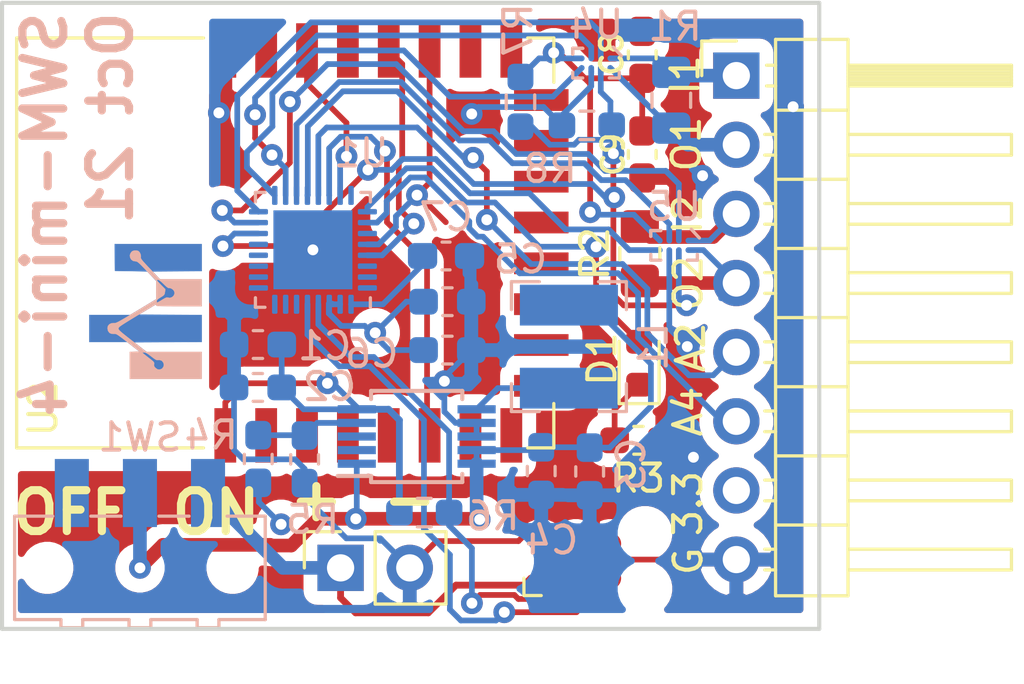
<source format=kicad_pcb>
(kicad_pcb (version 20171130) (host pcbnew "(5.1.6)-1")
  (layers (0 F.Cu signal) (1 PWR power) (2 GND power) (31 B.Cu signal) (34 B.Paste user) (35 F.Paste user) (36 B.SilkS user) (37 F.SilkS user) (38 B.Mask user) (39 F.Mask user) (44 Edge.Cuts user))
  (net 0 "")
  (net 1 A2)
  (net 2 GND)
  (net 3 +3V3)
  (net 4 ARD_RX)
  (net 5 A1)
  (net 6 A0)
  (net 7 PWRC)
  (net 8 ARD_TX)
  (net 9 "Net-(U2-Pad16)")
  (net 10 "Net-(U2-Pad15)")
  (net 11 "Net-(U2-Pad14)")
  (net 12 "Net-(U2-Pad13)")
  (net 13 "Net-(U2-Pad12)")
  (net 14 "Net-(U2-Pad11)")
  (net 15 "Net-(U2-Pad10)")
  (net 16 "Net-(U2-Pad8)")
  (net 17 "Net-(U2-Pad17)")
  (net 18 "Net-(U2-Pad18)")
  (net 19 "Net-(U2-Pad7)")
  (net 20 "Net-(U2-Pad21)")
  (net 21 "Net-(U2-Pad3)")
  (net 22 "Net-(U2-Pad2)")
  (net 23 "Net-(U2-Pad23)")
  (net 24 "Net-(U2-Pad9)")
  (net 25 VIN)
  (net 26 C1_OUT)
  (net 27 C1_IN)
  (net 28 "Net-(L1-Pad2)")
  (net 29 VFB)
  (net 30 LBO)
  (net 31 STATUS)
  (net 32 C2D)
  (net 33 C2CK)
  (net 34 PGT)
  (net 35 "Net-(D1-Pad1)")
  (net 36 BATT)
  (net 37 "Net-(SW1-Pad3)")
  (net 38 LED)
  (net 39 "Net-(U1-Pad6)")
  (net 40 "Net-(U1-Pad7)")
  (net 41 "Net-(U1-Pad8)")
  (net 42 "Net-(U1-Pad9)")
  (net 43 "Net-(U1-Pad10)")
  (net 44 "Net-(U1-Pad11)")
  (net 45 "Net-(U1-Pad12)")
  (net 46 "Net-(U1-Pad13)")
  (net 47 "Net-(U1-Pad24)")
  (net 48 "Net-(U1-Pad27)")
  (net 49 "Net-(U1-Pad30)")
  (net 50 "Net-(U1-Pad31)")
  (net 51 "Net-(U1-Pad32)")
  (net 52 "Net-(J2-Pad4)")
  (net 53 "Net-(J2-Pad2)")
  (net 54 A4)
  (net 55 "Net-(C7-Pad2)")
  (net 56 MAX_SHDN)
  (net 57 GAIN)
  (net 58 C2_OUT)
  (net 59 C2_IN)
  (net 60 MAX_SHDN2)
  (net 61 GAIN2)
  (net 62 A5)
  (module Capacitor_SMD:C_0603_1608Metric_Pad1.08x0.95mm_HandSolder (layer F.Cu) (at 133.5024 80.5699 270)
    (fp_text reference C9 (at -0.0011 1.0668 270) (layer F.SilkS) (effects (font (size 0.8 0.8))))
    (fp_text value 0.1uF)
    (pad 2 smd roundrect (at 0.8625 0 270) (size 1.075 0.95) (layers F.Cu F.Paste F.Mask) (net 2 GND))
    (pad 1 smd roundrect (at -0.8625 0 270) (size 1.075 0.95) (layers F.Cu F.Paste F.Mask) (net 3 +3V3))
  )
  (module Capacitor_SMD:C_0603_1608Metric_Pad1.08x0.95mm_HandSolder (layer F.Cu) (at 133.5024 76.9101 90)
    (fp_text reference C8 (at 0.0243 -1.1176 90) (layer F.SilkS) (effects (font (size 0.8 0.8))))
    (fp_text value 4.7uF)
    (pad 2 smd roundrect (at 0.8625 0 90) (size 1.075 0.95) (layers F.Cu F.Paste F.Mask) (net 2 GND))
    (pad 1 smd roundrect (at -0.8625 0 90) (size 1.075 0.95) (layers F.Cu F.Paste F.Mask) (net 3 +3V3))
  )
  (module icons:icon (layer F.Cu) (at 114.8334 86.36 90)
    (fp_text reference U6 hide)
    (fp_text value Logo hide)
    (fp_poly (pts (xy -0.105833 -0.127851) (xy 0.268124 0.4917) (xy 0.356195 0.637618) (xy 0.436982 0.771481) (xy 0.507964 0.88911) (xy 0.566621 0.986329) (xy 0.610432 1.058961) (xy 0.636877 1.102827) (xy 0.643832 1.114397) (xy 0.663799 1.117905) (xy 0.711861 1.122975) (xy 0.734683 1.12498) (xy 0.764513 1.126768) (xy 0.79106 1.124262) (xy 0.819138 1.113938) (xy 0.853559 1.09227) (xy 0.899133 1.055734) (xy 0.960673 1.000807) (xy 1.042992 0.923963) (xy 1.150901 0.821677) (xy 1.158016 0.814919) (xy 1.49225 0.497421) (xy 1.502834 -0.095248) (xy 1.513417 -0.687916) (xy 2.497667 -0.69928) (xy 2.497667 2.497667) (xy 1.503288 2.497667) (xy 1.497769 1.593177) (xy 1.49225 0.688688) (xy 1.195934 0.972109) (xy 1.077196 1.08782) (xy 0.990227 1.177509) (xy 0.934168 1.242132) (xy 0.908163 1.282639) (xy 0.906135 1.293991) (xy 0.899312 1.352718) (xy 0.868972 1.419354) (xy 0.8251 1.47593) (xy 0.791734 1.499901) (xy 0.70483 1.522459) (xy 0.626099 1.504562) (xy 0.569873 1.465212) (xy 0.530761 1.422651) (xy 0.510182 1.374918) (xy 0.50501 1.309475) (xy 0.510682 1.227667) (xy 0.50097 1.201858) (xy 0.471957 1.144883) (xy 0.426416 1.061695) (xy 0.367121 0.957251) (xy 0.296847 0.836505) (xy 0.218368 0.704412) (xy 0.209314 0.689337) (xy -0.09525 0.182758) (xy -0.100722 1.340212) (xy -0.106195 2.497667) (xy -1.100328 2.497667) (xy -1.11125 0.014767) (xy -1.427859 0.424317) (xy -1.528202 0.554783) (xy -1.605047 0.656662) (xy -1.661312 0.734446) (xy -1.699917 0.792626) (xy -1.723782 0.835694) (xy -1.735825 0.868143) (xy -1.738967 0.894462) (xy -1.738567 0.902355) (xy -1.747391 0.996757) (xy -1.789872 1.066924) (xy -1.862784 1.109405) (xy -1.943004 1.12116) (xy -2.034785 1.105394) (xy -2.099148 1.058444) (xy -2.13314 0.983155) (xy -2.137833 0.933476) (xy -2.121054 0.839956) (xy -2.07319 0.772881) (xy -1.997949 0.736136) (xy -1.94381 0.73025) (xy -1.851954 0.73025) (xy -1.47631 0.245966) (xy -1.100666 -0.238317) (xy -1.100666 -1.629833) (xy -0.105833 -1.629833) (xy -0.105833 -0.127851)) (layer B.Cu) (width 0.01))
  )
  (module ben_common:SW_SPDT_CK-JS102011SAQN (layer B.Cu) (at 115.062 95.758 180)
    (fp_text reference SW1 (at 0 4.8) (layer B.SilkS) (effects (justify mirror)))
    (fp_text value SW_SPDT)
    (pad "" np_thru_hole circle (at 3.4 0 180) (size 0.9 0.9) (drill 0.9) (layers *.Cu *.Mask))
    (pad "" np_thru_hole circle (at -3.4 0 180) (size 0.9 0.9) (drill 0.9) (layers *.Cu *.Mask))
    (pad 3 smd rect (at 2.5 2.75 180) (size 1.25 2.5) (layers B.Cu B.Paste B.Mask) (net 37 "Net-(SW1-Pad3)"))
    (pad 2 smd rect (at 0 2.75 180) (size 1.25 2.5) (layers B.Cu B.Paste B.Mask) (net 25 VIN))
    (pad 1 smd rect (at -2.5 2.75 180) (size 1.25 2.5) (layers B.Cu B.Paste B.Mask) (net 36 BATT))
  )
  (module ben_common:BGA-8_4x2_1.468x0.848mm (layer B.Cu) (at 134.6708 83.9089 180)
    (fp_text reference U5 (at 0 1.424) (layer B.SilkS) (effects (justify mirror)))
    (fp_text value MAX40204)
    (pad B4 smd circle (at 0.525 -0.175 180) (size 0.2 0.2) (layers B.Cu B.Paste B.Mask) (net 60 MAX_SHDN2))
    (pad A4 smd circle (at 0.525 0.175 180) (size 0.2 0.2) (layers B.Cu B.Paste B.Mask) (net 3 +3V3))
    (pad B3 smd circle (at 0.175 -0.175 180) (size 0.2 0.2) (layers B.Cu B.Paste B.Mask) (net 2 GND))
    (pad A3 smd circle (at 0.175 0.175 180) (size 0.2 0.2) (layers B.Cu B.Paste B.Mask) (net 5 A1))
    (pad B2 smd circle (at -0.175 -0.175 180) (size 0.2 0.2) (layers B.Cu B.Paste B.Mask) (net 62 A5))
    (pad A2 smd circle (at -0.175 0.175 180) (size 0.2 0.2) (layers B.Cu B.Paste B.Mask) (net 61 GAIN2))
    (pad B1 smd circle (at -0.525 -0.175 180) (size 0.2 0.2) (layers B.Cu B.Paste B.Mask) (net 58 C2_OUT))
    (pad A1 smd circle (at -0.525 0.175 180) (size 0.2 0.2) (layers B.Cu B.Paste B.Mask) (net 59 C2_IN))
  )
  (module Resistor_SMD:R_0805_2012Metric_Pad1.20x1.40mm_HandSolder (layer F.Cu) (at 133.4135 84.217 90)
    (fp_text reference R2 (at 0 -1.65 90) (layer F.SilkS))
    (fp_text value 1R)
    (pad 2 smd roundrect (at 1 0 90) (size 1.2 1.4) (layers F.Cu F.Paste F.Mask) (roundrect_rratio 0.2083325) (net 59 C2_IN))
    (pad 1 smd roundrect (at -1 0 90) (size 1.2 1.4) (layers F.Cu F.Paste F.Mask) (roundrect_rratio 0.2083325) (net 58 C2_OUT))
  )
  (module ben_common:BGA-8_4x2_1.468x0.848mm (layer B.Cu) (at 131.8049 77.216 180)
    (fp_text reference U4 (at 0 1.424) (layer B.SilkS) (effects (justify mirror)))
    (fp_text value MAX40204)
    (pad B4 smd circle (at 0.525 -0.175 180) (size 0.2 0.2) (layers B.Cu B.Paste B.Mask) (net 56 MAX_SHDN))
    (pad A4 smd circle (at 0.525 0.175 180) (size 0.2 0.2) (layers B.Cu B.Paste B.Mask) (net 3 +3V3))
    (pad B3 smd circle (at 0.175 -0.175 180) (size 0.2 0.2) (layers B.Cu B.Paste B.Mask) (net 2 GND))
    (pad A3 smd circle (at 0.175 0.175 180) (size 0.2 0.2) (layers B.Cu B.Paste B.Mask) (net 6 A0))
    (pad B2 smd circle (at -0.175 -0.175 180) (size 0.2 0.2) (layers B.Cu B.Paste B.Mask) (net 62 A5))
    (pad A2 smd circle (at -0.175 0.175 180) (size 0.2 0.2) (layers B.Cu B.Paste B.Mask) (net 57 GAIN))
    (pad B1 smd circle (at -0.525 -0.175 180) (size 0.2 0.2) (layers B.Cu B.Paste B.Mask) (net 26 C1_OUT))
    (pad A1 smd circle (at -0.525 0.175 180) (size 0.2 0.2) (layers B.Cu B.Paste B.Mask) (net 27 C1_IN))
  )
  (module Resistor_SMD:R_0805_2012Metric_Pad1.15x1.40mm_HandSolder (layer B.Cu) (at 134.5692 78.5786 90)
    (fp_text reference R1 (at 2.7088 0.1397) (layer B.SilkS) (effects (justify mirror)))
    (fp_text value 1R)
    (pad 2 smd roundrect (at 1.025 0 90) (size 1.15 1.4) (layers B.Cu B.Paste B.Mask) (roundrect_rratio 0.2173904347826087) (net 27 C1_IN))
    (pad 1 smd roundrect (at -1.025 0 90) (size 1.15 1.4) (layers B.Cu B.Paste B.Mask) (roundrect_rratio 0.2173904347826087) (net 26 C1_OUT))
  )
  (module Resistor_SMD:R_0603_1608Metric_Pad0.98x0.95mm_HandSolder (layer B.Cu) (at 129.032 78.6365 270)
    (fp_text reference R7 (at -2.6397 0.0889 270) (layer B.SilkS) (effects (justify mirror)))
    (fp_text value 110k)
    (pad 2 smd roundrect (at 0.9125 0 270) (size 0.975 0.95) (layers B.Cu B.Paste B.Mask) (net 62 A5))
    (pad 1 smd roundrect (at -0.9125 0 270) (size 0.975 0.95) (layers B.Cu B.Paste B.Mask) (net 3 +3V3))
  )
  (module Capacitor_SMD:C_0603_1608Metric_Pad1.08x0.95mm_HandSolder (layer B.Cu) (at 126.3 84.3 180)
    (fp_text reference C7 (at 0 1.43) (layer B.SilkS) (effects (justify mirror)))
    (fp_text value 4.7uF)
    (pad 2 smd roundrect (at 0.8625 0 180) (size 1.075 0.95) (layers B.Cu B.Paste B.Mask) (net 55 "Net-(C7-Pad2)"))
    (pad 1 smd roundrect (at -0.8625 0 180) (size 1.075 0.95) (layers B.Cu B.Paste B.Mask) (net 2 GND))
  )
  (module JDY-08:JDY-08_HandSoldering (layer F.Cu) (at 120.396 83.82 90)
    (fp_text reference U2 (at -6.096 -8.89 270) (layer F.SilkS))
    (fp_text value JDY-08)
    (pad 16 smd rect (at 5.25 9.4 270) (size 0.8 2) (layers F.Cu F.Paste F.Mask) (net 9 "Net-(U2-Pad16)"))
    (pad 15 smd rect (at 3.75 9.4 270) (size 0.8 2) (layers F.Cu F.Paste F.Mask) (net 10 "Net-(U2-Pad15)"))
    (pad 14 smd rect (at 2.25 9.4 270) (size 0.8 2) (layers F.Cu F.Paste F.Mask) (net 11 "Net-(U2-Pad14)"))
    (pad 13 smd rect (at 0.75 9.4 270) (size 0.8 2) (layers F.Cu F.Paste F.Mask) (net 12 "Net-(U2-Pad13)"))
    (pad 12 smd rect (at -0.75 9.4 270) (size 0.8 2) (layers F.Cu F.Paste F.Mask) (net 13 "Net-(U2-Pad12)"))
    (pad 11 smd rect (at -2.25 9.4 270) (size 0.8 2) (layers F.Cu F.Paste F.Mask) (net 14 "Net-(U2-Pad11)"))
    (pad 10 smd rect (at -3.75 9.4 270) (size 0.8 2) (layers F.Cu F.Paste F.Mask) (net 15 "Net-(U2-Pad10)"))
    (pad 8 smd rect (at -7.07 8.3 270) (size 2 0.8) (layers F.Cu F.Paste F.Mask) (net 16 "Net-(U2-Pad8)"))
    (pad 17 smd rect (at 7.07 8.3 270) (size 2 0.8) (layers F.Cu F.Paste F.Mask) (net 17 "Net-(U2-Pad17)"))
    (pad 18 smd rect (at 7.07 6.8 270) (size 2 0.8) (layers F.Cu F.Paste F.Mask) (net 18 "Net-(U2-Pad18)"))
    (pad 7 smd rect (at -7.07 6.8 270) (size 2 0.8) (layers F.Cu F.Paste F.Mask) (net 19 "Net-(U2-Pad7)"))
    (pad 6 smd rect (at -7.07 5.3 270) (size 2 0.8) (layers F.Cu F.Paste F.Mask) (net 31 STATUS))
    (pad 19 smd rect (at 7.07 5.3 270) (size 2 0.8) (layers F.Cu F.Paste F.Mask) (net 4 ARD_RX))
    (pad 20 smd rect (at 7.07 3.8 270) (size 2 0.8) (layers F.Cu F.Paste F.Mask) (net 8 ARD_TX))
    (pad 5 smd rect (at -7.07 3.8 270) (size 2 0.8) (layers F.Cu F.Paste F.Mask))
    (pad 4 smd rect (at -7.07 2.3 270) (size 2 0.8) (layers F.Cu F.Paste F.Mask))
    (pad 21 smd rect (at 7.07 2.3 270) (size 2 0.8) (layers F.Cu F.Paste F.Mask) (net 20 "Net-(U2-Pad21)"))
    (pad 22 smd rect (at 7.07 0.8 270) (size 2 0.8) (layers F.Cu F.Paste F.Mask) (net 7 PWRC))
    (pad 3 smd rect (at -7.07 0.8 270) (size 2 0.8) (layers F.Cu F.Paste F.Mask) (net 21 "Net-(U2-Pad3)"))
    (pad 2 smd rect (at -7.07 -0.7 270) (size 2 0.8) (layers F.Cu F.Paste F.Mask) (net 22 "Net-(U2-Pad2)"))
    (pad 23 smd rect (at 7.07 -0.7 270) (size 2 0.8) (layers F.Cu F.Paste F.Mask) (net 23 "Net-(U2-Pad23)"))
    (pad 24 smd rect (at 7.07 -2.2 270) (size 2 0.8) (layers F.Cu F.Paste F.Mask) (net 2 GND))
    (pad 9 smd rect (at -5.25 9.4 270) (size 0.8 2) (layers F.Cu F.Paste F.Mask) (net 24 "Net-(U2-Pad9)"))
    (pad 1 smd rect (at -7.07 -2.2 270) (size 2 0.8) (layers F.Cu F.Paste F.Mask) (net 3 +3V3))
  )
  (module Package_DFN_QFN:QFN-32-1EP_4x4mm_P0.4mm_EP2.9x2.9mm (layer B.Cu) (at 121.412 84.074 90)
    (fp_text reference U1 (at 3.556 1.778 180) (layer B.SilkS) (effects (justify mirror)))
    (fp_text value EFM8LB1)
    (pad 1 smd roundrect (at -2 1.4 90) (size 0.7 0.2) (layers B.Cu B.Paste B.Mask) (net 55 "Net-(C7-Pad2)"))
    (pad 2 smd roundrect (at -2 1 90) (size 0.7 0.2) (layers B.Cu B.Paste B.Mask) (net 3 +3V3))
    (pad 3 smd roundrect (at -2 0.6 90) (size 0.7 0.2) (layers B.Cu B.Paste B.Mask) (net 3 +3V3))
    (pad 4 smd roundrect (at -2 0.2 90) (size 0.7 0.2) (layers B.Cu B.Paste B.Mask) (net 33 C2CK))
    (pad 5 smd roundrect (at -2 -0.2 90) (size 0.7 0.2) (layers B.Cu B.Paste B.Mask) (net 32 C2D))
    (pad 6 smd roundrect (at -2 -0.6 90) (size 0.7 0.2) (layers B.Cu B.Paste B.Mask) (net 39 "Net-(U1-Pad6)"))
    (pad 7 smd roundrect (at -2 -1 90) (size 0.7 0.2) (layers B.Cu B.Paste B.Mask) (net 40 "Net-(U1-Pad7)"))
    (pad 8 smd roundrect (at -2 -1.4 90) (size 0.7 0.2) (layers B.Cu B.Paste B.Mask) (net 41 "Net-(U1-Pad8)"))
    (pad 9 smd roundrect (at -1.4 -2 90) (size 0.2 0.7) (layers B.Cu B.Paste B.Mask) (net 42 "Net-(U1-Pad9)"))
    (pad 10 smd roundrect (at -1 -2 90) (size 0.2 0.7) (layers B.Cu B.Paste B.Mask) (net 43 "Net-(U1-Pad10)"))
    (pad 11 smd roundrect (at -0.6 -2 90) (size 0.2 0.7) (layers B.Cu B.Paste B.Mask) (net 44 "Net-(U1-Pad11)"))
    (pad 12 smd roundrect (at -0.2 -2 90) (size 0.2 0.7) (layers B.Cu B.Paste B.Mask) (net 45 "Net-(U1-Pad12)"))
    (pad 13 smd roundrect (at 0.2 -2 90) (size 0.2 0.7) (layers B.Cu B.Paste B.Mask) (net 46 "Net-(U1-Pad13)"))
    (pad 14 smd roundrect (at 0.6 -2 90) (size 0.2 0.7) (layers B.Cu B.Paste B.Mask) (net 60 MAX_SHDN2))
    (pad 15 smd roundrect (at 1 -2 90) (size 0.2 0.7) (layers B.Cu B.Paste B.Mask) (net 61 GAIN2))
    (pad 16 smd roundrect (at 1.4 -2 90) (size 0.2 0.7) (layers B.Cu B.Paste B.Mask) (net 57 GAIN))
    (pad 17 smd roundrect (at 2 -1.4 90) (size 0.7 0.2) (layers B.Cu B.Paste B.Mask) (net 56 MAX_SHDN))
    (pad 18 smd roundrect (at 2 -1 90) (size 0.7 0.2) (layers B.Cu B.Paste B.Mask) (net 6 A0))
    (pad 19 smd roundrect (at 2 -0.6 90) (size 0.7 0.2) (layers B.Cu B.Paste B.Mask) (net 5 A1))
    (pad 20 smd roundrect (at 2 -0.2 90) (size 0.7 0.2) (layers B.Cu B.Paste B.Mask) (net 1 A2))
    (pad 21 smd roundrect (at 2 0.2 90) (size 0.7 0.2) (layers B.Cu B.Paste B.Mask) (net 62 A5))
    (pad 22 smd roundrect (at 2 0.6 90) (size 0.7 0.2) (layers B.Cu B.Paste B.Mask) (net 31 STATUS))
    (pad 23 smd roundrect (at 2 1 90) (size 0.7 0.2) (layers B.Cu B.Paste B.Mask) (net 7 PWRC))
    (pad 24 smd roundrect (at 2 1.4 90) (size 0.7 0.2) (layers B.Cu B.Paste B.Mask) (net 47 "Net-(U1-Pad24)"))
    (pad 25 smd roundrect (at 1.4 2 90) (size 0.2 0.7) (layers B.Cu B.Paste B.Mask) (net 38 LED))
    (pad 26 smd roundrect (at 1 2 90) (size 0.2 0.7) (layers B.Cu B.Paste B.Mask) (net 54 A4))
    (pad 27 smd roundrect (at 0.6 2 90) (size 0.2 0.7) (layers B.Cu B.Paste B.Mask) (net 48 "Net-(U1-Pad27)"))
    (pad 28 smd roundrect (at 0.2 2 90) (size 0.2 0.7) (layers B.Cu B.Paste B.Mask) (net 4 ARD_RX))
    (pad 29 smd roundrect (at -0.2 2 90) (size 0.2 0.7) (layers B.Cu B.Paste B.Mask) (net 8 ARD_TX))
    (pad 30 smd roundrect (at -0.6 2 90) (size 0.2 0.7) (layers B.Cu B.Paste B.Mask) (net 49 "Net-(U1-Pad30)"))
    (pad 31 smd roundrect (at -1 2 90) (size 0.2 0.7) (layers B.Cu B.Paste B.Mask) (net 50 "Net-(U1-Pad31)"))
    (pad 32 smd roundrect (at -1.4 2 90) (size 0.2 0.7) (layers B.Cu B.Paste B.Mask) (net 51 "Net-(U1-Pad32)"))
    (pad 33 smd rect (at 0 0 90) (size 2.9 2.9) (layers B.Cu B.Mask) (net 2 GND))
  )
  (module Resistor_SMD:R_0603_1608Metric_Pad0.98x0.95mm_HandSolder (layer B.Cu) (at 131.4685 79.502 180)
    (fp_text reference R8 (at 1.3481 -1.5875) (layer B.SilkS) (effects (justify mirror)))
    (fp_text value 110k)
    (pad 2 smd roundrect (at 0.9125 0 180) (size 0.975 0.95) (layers B.Cu B.Paste B.Mask) (net 2 GND))
    (pad 1 smd roundrect (at -0.9125 0 180) (size 0.975 0.95) (layers B.Cu B.Paste B.Mask) (net 62 A5))
  )
  (module Inductor_SMD:L_Bourns-SRN4018 (layer B.Cu) (at 130.81 87.63 270)
    (fp_text reference L1 (at 0 -3.1 90) (layer B.SilkS) (effects (justify mirror)))
    (fp_text value 4.7uH)
    (pad 2 smd rect (at 1.525 0 270) (size 1.5 3.6) (layers B.Cu B.Paste B.Mask) (net 28 "Net-(L1-Pad2)"))
    (pad 1 smd rect (at -1.525 0 270) (size 1.5 3.6) (layers B.Cu B.Paste B.Mask) (net 25 VIN))
  )
  (module Package_SO:MSOP-10_3x3mm_P0.5mm (layer B.Cu) (at 125.222 90.932)
    (fp_text reference U3 hide)
    (fp_text value MCP16415)
    (pad 10 smd rect (at 2.2 1) (size 1.4 0.3) (layers B.Cu B.Paste B.Mask) (net 25 VIN))
    (pad 9 smd rect (at 2.2 0.5) (size 1.4 0.3) (layers B.Cu B.Paste B.Mask) (net 25 VIN))
    (pad 8 smd rect (at 2.2 0) (size 1.4 0.3) (layers B.Cu B.Paste B.Mask) (net 2 GND))
    (pad 7 smd rect (at 2.2 -0.5) (size 1.4 0.3) (layers B.Cu B.Paste B.Mask) (net 2 GND))
    (pad 6 smd rect (at 2.2 -1) (size 1.4 0.3) (layers B.Cu B.Paste B.Mask) (net 28 "Net-(L1-Pad2)"))
    (pad 5 smd rect (at -2.2 -1) (size 1.4 0.3) (layers B.Cu B.Paste B.Mask) (net 3 +3V3))
    (pad 4 smd rect (at -2.2 -0.5) (size 1.4 0.3) (layers B.Cu B.Paste B.Mask) (net 29 VFB))
    (pad 3 smd rect (at -2.2 0) (size 1.4 0.3) (layers B.Cu B.Paste B.Mask) (net 34 PGT))
    (pad 2 smd rect (at -2.2 0.5) (size 1.4 0.3) (layers B.Cu B.Paste B.Mask) (net 30 LBO))
    (pad 1 smd rect (at -2.2 1) (size 1.4 0.3) (layers B.Cu B.Paste B.Mask) (net 25 VIN))
  )
  (module Resistor_SMD:R_0603_1608Metric_Pad0.98x0.95mm_HandSolder (layer B.Cu) (at 125.4995 93.726)
    (fp_text reference R6 (at 2.5165 0.127) (layer B.SilkS) (effects (justify mirror)))
    (fp_text value 1k)
    (pad 2 smd roundrect (at 0.9125 0) (size 0.975 0.95) (layers B.Cu B.Paste B.Mask) (net 33 C2CK))
    (pad 1 smd roundrect (at -0.9125 0) (size 0.975 0.95) (layers B.Cu B.Paste B.Mask) (net 3 +3V3))
  )
  (module Connector:Tag-Connect_TC2030-IDC-NL_2x03_P1.27mm_Vertical (layer F.Cu) (at 131.064 95.504)
    (fp_text reference J2 hide)
    (fp_text value Tag-Connect)
    (pad 6 connect circle (at 1.27 -0.635) (size 0.7874 0.7874) (layers F.Cu F.Mask) (net 2 GND))
    (pad 5 connect circle (at 1.27 0.635) (size 0.7874 0.7874) (layers F.Cu F.Mask) (net 32 C2D))
    (pad 4 connect circle (at 0 -0.635) (size 0.7874 0.7874) (layers F.Cu F.Mask) (net 52 "Net-(J2-Pad4)"))
    (pad 3 connect circle (at 0 0.635) (size 0.7874 0.7874) (layers F.Cu F.Mask) (net 33 C2CK))
    (pad 2 connect circle (at -1.27 -0.635) (size 0.7874 0.7874) (layers F.Cu F.Mask) (net 53 "Net-(J2-Pad2)"))
    (pad 1 connect circle (at -1.27 0.635) (size 0.7874 0.7874) (layers F.Cu F.Mask) (net 36 BATT))
    (pad "" np_thru_hole circle (at -2.54 0) (size 0.9906 0.9906) (drill 0.9906) (layers *.Cu *.Mask))
    (pad "" np_thru_hole circle (at 2.54 1.016) (size 0.9906 0.9906) (drill 0.9906) (layers *.Cu *.Mask))
    (pad "" np_thru_hole circle (at 2.54 -1.016) (size 0.9906 0.9906) (drill 0.9906) (layers *.Cu *.Mask))
  )
  (module Capacitor_SMD:C_0603_1608Metric_Pad1.05x0.95mm_HandSolder (layer B.Cu) (at 126.351 87.757)
    (fp_text reference C6 (at -2.78 0.127) (layer B.SilkS) (effects (justify mirror)))
    (fp_text value 0.1uF)
    (pad 2 smd roundrect (at 0.875 0) (size 1.05 0.95) (layers B.Cu B.Paste B.Mask) (net 2 GND))
    (pad 1 smd roundrect (at -0.875 0) (size 1.05 0.95) (layers B.Cu B.Paste B.Mask) (net 3 +3V3))
  )
  (module Capacitor_SMD:C_0603_1608Metric_Pad1.05x0.95mm_HandSolder (layer B.Cu) (at 126.351 85.979)
    (fp_text reference C5 (at 2.681 -1.5621 180) (layer B.SilkS) (effects (justify mirror)))
    (fp_text value 4.7uF)
    (pad 2 smd roundrect (at 0.875 0) (size 1.05 0.95) (layers B.Cu B.Paste B.Mask) (net 2 GND))
    (pad 1 smd roundrect (at -0.875 0) (size 1.05 0.95) (layers B.Cu B.Paste B.Mask) (net 3 +3V3))
  )
  (module Resistor_SMD:R_0603_1608Metric_Pad1.05x0.95mm_HandSolder (layer B.Cu) (at 121.1072 91.7702 90)
    (fp_text reference R5 (at -2.2098 0.2921) (layer B.SilkS) (effects (justify mirror)))
    (fp_text value 360k)
    (pad 2 smd roundrect (at 0.875 0 90) (size 1.05 0.95) (layers B.Cu B.Paste B.Mask) (net 29 VFB))
    (pad 1 smd roundrect (at -0.875 0 90) (size 1.05 0.95) (layers B.Cu B.Paste B.Mask) (net 2 GND))
  )
  (module Resistor_SMD:R_0603_1608Metric_Pad1.05x0.95mm_HandSolder (layer B.Cu) (at 119.4054 91.7588 270)
    (fp_text reference R4 (at -0.8776 1.7272) (layer B.SilkS) (effects (justify mirror)))
    (fp_text value 866k)
    (pad 2 smd roundrect (at 0.875 0 270) (size 1.05 0.95) (layers B.Cu B.Paste B.Mask) (net 3 +3V3))
    (pad 1 smd roundrect (at -0.875 0 270) (size 1.05 0.95) (layers B.Cu B.Paste B.Mask) (net 29 VFB))
  )
  (module Connector_PinHeader_2.54mm:PinHeader_1x08_P2.54mm_Horizontal (layer F.Cu) (at 136.9568 77.6732)
    (fp_text reference J1 hide)
    (fp_text value Conn_01x08 hide)
    (pad 8 thru_hole oval (at 0 17.78) (size 1.7 1.7) (drill 1) (layers *.Cu *.Mask) (net 2 GND))
    (pad 7 thru_hole oval (at 0 15.24) (size 1.7 1.7) (drill 1) (layers *.Cu *.Mask) (net 3 +3V3))
    (pad 6 thru_hole oval (at 0 12.7) (size 1.7 1.7) (drill 1) (layers *.Cu *.Mask) (net 54 A4))
    (pad 5 thru_hole oval (at 0 10.16) (size 1.7 1.7) (drill 1) (layers *.Cu *.Mask) (net 1 A2))
    (pad 4 thru_hole oval (at 0 7.62) (size 1.7 1.7) (drill 1) (layers *.Cu *.Mask) (net 58 C2_OUT))
    (pad 3 thru_hole oval (at 0 5.08) (size 1.7 1.7) (drill 1) (layers *.Cu *.Mask) (net 59 C2_IN))
    (pad 2 thru_hole oval (at 0 2.54) (size 1.7 1.7) (drill 1) (layers *.Cu *.Mask) (net 26 C1_OUT))
    (pad 1 thru_hole rect (at 0 0) (size 1.7 1.7) (drill 1) (layers *.Cu *.Mask) (net 27 C1_IN))
  )
  (module Capacitor_SMD:C_0603_1608Metric_Pad1.05x0.95mm_HandSolder (layer B.Cu) (at 131.572 92.216 270)
    (fp_text reference C3 (at -0.268 -1.524 90) (layer B.SilkS) (effects (justify mirror)))
    (fp_text value 1uF)
    (pad 2 smd roundrect (at 0.875 0 270) (size 1.05 0.95) (layers B.Cu B.Paste B.Mask) (net 2 GND))
    (pad 1 smd roundrect (at -0.875 0 270) (size 1.05 0.95) (layers B.Cu B.Paste B.Mask) (net 25 VIN))
  )
  (module Capacitor_SMD:C_0603_1608Metric_Pad1.05x0.95mm_HandSolder (layer B.Cu) (at 119.3914 89.1286 180)
    (fp_text reference C2 (at -2.6302 0.0254) (layer B.SilkS) (effects (justify mirror)))
    (fp_text value 1uF)
    (pad 2 smd roundrect (at 0.875 0 180) (size 1.05 0.95) (layers B.Cu B.Paste B.Mask) (net 2 GND))
    (pad 1 smd roundrect (at -0.875 0 180) (size 1.05 0.95) (layers B.Cu B.Paste B.Mask) (net 3 +3V3))
  )
  (module Connector_PinSocket_2.54mm:PinSocket_1x02_P2.54mm_Vertical (layer F.Cu) (at 122.428 95.758 90)
    (fp_text reference Battery1 hide)
    (fp_text value Conn_01x02)
    (pad 2 thru_hole oval (at 0 2.54 90) (size 1.7 1.7) (drill 1) (layers *.Cu *.Mask) (net 2 GND))
    (pad 1 thru_hole rect (at 0 0 90) (size 1.7 1.7) (drill 1) (layers *.Cu *.Mask) (net 36 BATT))
  )
  (module Capacitor_SMD:C_0603_1608Metric_Pad1.05x0.95mm_HandSolder (layer B.Cu) (at 129.794 92.202 270)
    (fp_text reference C4 (at 2.54 -0.381) (layer B.SilkS) (effects (justify mirror)))
    (fp_text value 10uF)
    (pad 2 smd roundrect (at 0.875 0 270) (size 1.05 0.95) (layers B.Cu B.Paste B.Mask) (net 2 GND))
    (pad 1 smd roundrect (at -0.875 0 270) (size 1.05 0.95) (layers B.Cu B.Paste B.Mask) (net 25 VIN))
  )
  (module Capacitor_SMD:C_0603_1608Metric_Pad1.05x0.95mm_HandSolder (layer B.Cu) (at 119.394 87.5538 180)
    (fp_text reference C1 (at -2.4498 -0.0508) (layer B.SilkS) (effects (justify mirror)))
    (fp_text value 10uF)
    (pad 2 smd roundrect (at 0.875 0 180) (size 1.05 0.95) (layers B.Cu B.Paste B.Mask) (net 2 GND))
    (pad 1 smd roundrect (at -0.875 0 180) (size 1.05 0.95) (layers B.Cu B.Paste B.Mask) (net 3 +3V3))
  )
  (module LED_SMD:LED_0603_1608Metric (layer F.Cu) (at 133.3881 88.2397 90)
    (fp_text reference D1 (at 0.1525 -1.3589 90) (layer F.SilkS))
    (fp_text value LED)
    (pad 1 smd roundrect (at -0.7875 0 90) (size 0.875 0.95) (layers F.Cu F.Paste F.Mask) (net 35 "Net-(D1-Pad1)"))
    (pad 2 smd roundrect (at 0.7875 0 90) (size 0.875 0.95) (layers F.Cu F.Paste F.Mask) (net 38 LED))
  )
  (module Resistor_SMD:R_0603_1608Metric_Pad1.05x0.95mm_HandSolder (layer F.Cu) (at 133.364 91.0717)
    (fp_text reference R3 (at 0 1.397) (layer F.SilkS))
    (fp_text value 1k)
    (pad 1 smd roundrect (at -0.875 0) (size 1.05 0.95) (layers F.Cu F.Paste F.Mask) (net 35 "Net-(D1-Pad1)"))
    (pad 2 smd roundrect (at 0.875 0) (size 1.05 0.95) (layers F.Cu F.Paste F.Mask) (net 2 GND))
  )
  (gr_text A2 (at 135.2804 87.6554 90) (layer F.SilkS) (effects (font (size 1 1))))
  (gr_text ON (at 117.856 93.726) (layer F.SilkS) (effects (font (size 1.5 1.5) (thickness 0.3))))
  (gr_text OFF (at 112.522 93.726) (layer F.SilkS) (effects (font (size 1.5 1.5) (thickness 0.3))))
  (gr_text - (at 124.968 93.218) (layer F.SilkS) (effects (font (size 1.5 1.5) (thickness 0.3))))
  (gr_text + (at 121.539 93.218) (layer F.SilkS) (effects (font (size 1.5 1.5) (thickness 0.3))))
  (gr_text I1 (at 135.0772 77.6478 90) (layer F.SilkS) (effects (font (size 1 1))))
  (gr_text O1 (at 135.128 80.1878 90) (layer F.SilkS) (effects (font (size 1 1))))
  (gr_text I2 (at 135.1661 82.7659 90) (layer F.SilkS) (effects (font (size 1 1))))
  (gr_text O2 (at 135.1915 85.3059 90) (layer F.SilkS) (effects (font (size 1 1))))
  (gr_text A4 (at 135.1788 90.0176 90) (layer F.SilkS) (effects (font (size 1 1))))
  (gr_text G (at 135.1915 95.5167 90) (layer F.SilkS) (effects (font (size 1 1))))
  (gr_text 3.3 (at 135.1788 93.3958 90) (layer F.SilkS) (effects (font (size 1 1))))
  (gr_text "SWM-mini-4\nOct 21\n" (at 112.776 75.184 90) (layer B.SilkS) (effects (font (size 1.5 1.5) (thickness 0.3)) (justify left mirror)))
  (gr_line (start 110 98) (end 110 75) (layer Edge.Cuts) (width 0.15))
  (gr_line (start 110 98) (end 140 98) (layer Edge.Cuts) (width 0.15))
  (gr_line (start 140 75) (end 140 98) (layer Edge.Cuts) (width 0.15))
  (gr_line (start 110 75) (end 140 75) (layer Edge.Cuts) (width 0.15))
  (segment (start 136.445 87.63) (end 136.398 87.677) (width 0.5) (layer B.Cu) (net 1))
  (via (at 127.797033 82.970337) (size 0.8) (drill 0.4) (layers F.Cu B.Cu) (net 1))
  (segment (start 136.9568 87.8332) (end 136.106801 88.683199) (width 0.21) (layer B.Cu) (net 1))
  (segment (start 135.219859 88.683199) (end 133.69001 87.15335) (width 0.21) (layer B.Cu) (net 1))
  (segment (start 133.69001 85.50621) (end 132.778488 84.594688) (width 0.21) (layer B.Cu) (net 1))
  (segment (start 129.421384 84.594688) (end 127.797033 82.970337) (width 0.21) (layer B.Cu) (net 1))
  (segment (start 132.778488 84.594688) (end 129.421384 84.594688) (width 0.21) (layer B.Cu) (net 1))
  (segment (start 136.106801 88.683199) (end 135.219859 88.683199) (width 0.21) (layer B.Cu) (net 1))
  (segment (start 133.69001 87.15335) (end 133.69001 85.50621) (width 0.21) (layer B.Cu) (net 1))
  (segment (start 121.225012 82.060988) (end 121.225012 79.538336) (width 0.21) (layer B.Cu) (net 1))
  (segment (start 121.225012 79.538336) (end 122.513348 78.25) (width 0.21) (layer B.Cu) (net 1))
  (segment (start 126.950313 80.691543) (end 127.292658 80.691543) (width 0.21) (layer B.Cu) (net 1))
  (via (at 127.292658 80.691543) (size 0.8) (drill 0.4) (layers F.Cu B.Cu) (net 1))
  (segment (start 122.513348 78.25) (end 124.50877 78.25) (width 0.21) (layer B.Cu) (net 1))
  (segment (start 124.50877 78.25) (end 126.950313 80.691543) (width 0.21) (layer B.Cu) (net 1))
  (segment (start 121.212 82.074) (end 121.225012 82.060988) (width 0.21) (layer B.Cu) (net 1))
  (segment (start 127.797033 81.195918) (end 127.292658 80.691543) (width 0.21) (layer F.Cu) (net 1))
  (segment (start 127.797033 82.970337) (end 127.797033 81.195918) (width 0.21) (layer F.Cu) (net 1))
  (segment (start 127.422 90.432) (end 127.422 90.932) (width 0.21) (layer B.Cu) (net 2))
  (segment (start 131.558 93.077) (end 131.572 93.091) (width 0.21) (layer B.Cu) (net 2))
  (segment (start 129.794 93.077) (end 131.558 93.077) (width 0.21) (layer B.Cu) (net 2))
  (segment (start 127.226 85.979) (end 127.226 87.757) (width 0.21) (layer B.Cu) (net 2))
  (segment (start 132.9182 95.4532) (end 136.9568 95.4532) (width 0.21) (layer F.Cu) (net 2))
  (segment (start 132.334 94.869) (end 132.9182 95.4532) (width 0.21) (layer F.Cu) (net 2))
  (segment (start 126.238 88.745) (end 127.226 87.757) (width 0.21) (layer B.Cu) (net 2))
  (segment (start 126.238 90.021002) (end 126.238 88.745) (width 0.21) (layer B.Cu) (net 2))
  (segment (start 126.648998 90.432) (end 126.238 90.021002) (width 0.21) (layer B.Cu) (net 2))
  (segment (start 127.422 90.432) (end 126.648998 90.432) (width 0.21) (layer B.Cu) (net 2))
  (segment (start 131.705299 94.240299) (end 132.334 94.869) (width 0.21) (layer F.Cu) (net 2))
  (segment (start 129.492223 94.240299) (end 131.705299 94.240299) (width 0.21) (layer F.Cu) (net 2))
  (segment (start 128.958823 94.773699) (end 129.492223 94.240299) (width 0.21) (layer F.Cu) (net 2))
  (segment (start 125.952301 94.773699) (end 128.958823 94.773699) (width 0.21) (layer F.Cu) (net 2))
  (segment (start 124.968 95.758) (end 125.952301 94.773699) (width 0.21) (layer F.Cu) (net 2))
  (via (at 139.0396 78.8162) (size 0.8) (drill 0.4) (layers F.Cu B.Cu) (net 2))
  (segment (start 118.5164 91.4273) (end 118.5164 89.1286) (width 0.21) (layer B.Cu) (net 2))
  (segment (start 118.8593 91.7702) (end 118.5164 91.4273) (width 0.21) (layer B.Cu) (net 2))
  (segment (start 120.7572 91.7702) (end 118.8593 91.7702) (width 0.21) (layer B.Cu) (net 2))
  (segment (start 121.1072 92.1202) (end 120.7572 91.7702) (width 0.21) (layer B.Cu) (net 2))
  (segment (start 121.1072 92.6452) (end 121.1072 92.1202) (width 0.21) (layer B.Cu) (net 2))
  (segment (start 138.48638 78.8162) (end 139.0396 78.8162) (width 0.21) (layer B.Cu) (net 2))
  (segment (start 138.48359 78.81899) (end 138.48638 78.8162) (width 0.21) (layer B.Cu) (net 2))
  (via (at 135.382 91.694) (size 0.8) (drill 0.4) (layers F.Cu B.Cu) (net 2))
  (segment (start 134.7597 91.0717) (end 135.382 91.694) (width 0.21) (layer F.Cu) (net 2))
  (segment (start 134.239 91.0717) (end 134.7597 91.0717) (width 0.21) (layer F.Cu) (net 2))
  (segment (start 133.985 93.091) (end 135.382 91.694) (width 0.21) (layer B.Cu) (net 2))
  (segment (start 131.572 93.091) (end 133.985 93.091) (width 0.21) (layer B.Cu) (net 2))
  (via (at 121.412 84.074) (size 0.8) (drill 0.4) (layers F.Cu B.Cu) (net 2))
  (via (at 126.238 88.9) (size 0.8) (drill 0.4) (layers F.Cu B.Cu) (net 2))
  (segment (start 126.238 88.745) (end 126.238 88.9) (width 0.21) (layer B.Cu) (net 2))
  (segment (start 124.968 95.758) (end 123.882999 94.672999) (width 0.21) (layer B.Cu) (net 2))
  (segment (start 123.882999 94.672999) (end 122.638397 94.672999) (width 0.21) (layer B.Cu) (net 2))
  (segment (start 122.638397 94.672999) (end 121.158 93.192602) (width 0.21) (layer B.Cu) (net 2))
  (segment (start 121.158 93.192602) (end 121.158 92.964) (width 0.21) (layer B.Cu) (net 2))
  (via (at 135.155332 87.62807) (size 0.8) (drill 0.4) (layers F.Cu B.Cu) (net 2))
  (segment (start 135.382 91.694) (end 135.382 87.854738) (width 0.21) (layer F.Cu) (net 2))
  (segment (start 134.4958 84.0839) (end 134.4958 86.968538) (width 0.21) (layer B.Cu) (net 2))
  (segment (start 134.4958 86.968538) (end 135.155332 87.62807) (width 0.21) (layer B.Cu) (net 2))
  (segment (start 135.382 87.854738) (end 135.155332 87.62807) (width 0.21) (layer F.Cu) (net 2))
  (segment (start 127.1625 85.9155) (end 127.226 85.979) (width 0.21) (layer B.Cu) (net 2))
  (segment (start 127.1625 84.3) (end 127.1625 85.9155) (width 0.21) (layer B.Cu) (net 2))
  (via (at 135.717803 81.351682) (size 0.8) (drill 0.4) (layers F.Cu B.Cu) (net 2))
  (segment (start 133.583118 81.351682) (end 135.717803 81.351682) (width 0.21) (layer F.Cu) (net 2))
  (segment (start 133.5024 81.4324) (end 133.583118 81.351682) (width 0.21) (layer F.Cu) (net 2))
  (segment (start 133.52665 81.4324) (end 133.5024 81.4324) (width 0.21) (layer F.Cu) (net 2))
  (via (at 127.24179 79.08152) (size 0.8) (drill 0.4) (layers F.Cu B.Cu) (net 2))
  (segment (start 130.556 79.502) (end 129.88049 78.82649) (width 0.21) (layer B.Cu) (net 2))
  (segment (start 129.88049 78.82649) (end 127.49682 78.82649) (width 0.21) (layer B.Cu) (net 2))
  (segment (start 127.49682 78.82649) (end 127.24179 79.08152) (width 0.21) (layer B.Cu) (net 2))
  (segment (start 131.6299 77.532421) (end 131.6299 77.391) (width 0.21) (layer B.Cu) (net 2))
  (segment (start 131.6299 78.0601) (end 131.6299 77.532421) (width 0.21) (layer B.Cu) (net 2))
  (segment (start 130.556 79.502) (end 130.556 79.134) (width 0.21) (layer B.Cu) (net 2))
  (segment (start 130.556 79.134) (end 131.6299 78.0601) (width 0.21) (layer B.Cu) (net 2))
  (segment (start 118.196 78.804) (end 117.96 79.04) (width 0.21) (layer F.Cu) (net 2))
  (segment (start 118.196 76.75) (end 118.196 78.804) (width 0.21) (layer F.Cu) (net 2))
  (via (at 117.96 79.04) (size 0.8) (drill 0.4) (layers F.Cu B.Cu) (net 2))
  (segment (start 125.476 87.757) (end 124.206 87.757) (width 0.21) (layer B.Cu) (net 3))
  (segment (start 123.022 89.932) (end 124.19 89.932) (width 0.25) (layer B.Cu) (net 3))
  (segment (start 124.587 90.329) (end 124.587 93.726) (width 0.25) (layer B.Cu) (net 3))
  (segment (start 124.19 89.932) (end 124.587 90.329) (width 0.25) (layer B.Cu) (net 3))
  (segment (start 122.142 86.074) (end 122.012 86.074) (width 0.21) (layer B.Cu) (net 3))
  (segment (start 122.412 86.074) (end 122.142 86.074) (width 0.21) (layer B.Cu) (net 3))
  (segment (start 124.206 87.757) (end 124.0155 87.5665) (width 0.21) (layer B.Cu) (net 3))
  (segment (start 125.476 85.979) (end 124.841 85.979) (width 0.21) (layer B.Cu) (net 3))
  (segment (start 124.841 85.979) (end 123.698 87.122) (width 0.21) (layer B.Cu) (net 3))
  (segment (start 124.0155 87.5665) (end 123.698 87.249) (width 0.21) (layer B.Cu) (net 3))
  (segment (start 123.698 87.249) (end 123.698 87.122) (width 0.21) (layer B.Cu) (net 3))
  (via (at 123.698 87.122) (size 0.8) (drill 0.4) (layers F.Cu B.Cu) (net 3))
  (segment (start 125.476 85.979) (end 125.4835 85.979) (width 0.25) (layer B.Cu) (net 3))
  (segment (start 119.4308 92.5068) (end 119.4308 93.345) (width 0.21) (layer B.Cu) (net 3))
  (via (at 120.2436 94.1578) (size 0.8) (drill 0.4) (layers F.Cu B.Cu) (net 3))
  (segment (start 119.4308 93.345) (end 120.2436 94.1578) (width 0.21) (layer B.Cu) (net 3))
  (segment (start 121.0698 89.932) (end 120.2664 89.1286) (width 0.21) (layer B.Cu) (net 3))
  (segment (start 123.022 89.932) (end 121.0698 89.932) (width 0.21) (layer B.Cu) (net 3))
  (segment (start 120.2664 87.5564) (end 120.269 87.5538) (width 0.21) (layer B.Cu) (net 3))
  (segment (start 120.2664 89.1286) (end 120.2664 87.5564) (width 0.21) (layer B.Cu) (net 3))
  (segment (start 121.9962 86.0552) (end 122.1232 86.0552) (width 0.21) (layer B.Cu) (net 3))
  (segment (start 121.9962 86.4108) (end 121.9962 86.0552) (width 0.21) (layer B.Cu) (net 3))
  (segment (start 122.1232 86.0552) (end 122.142 86.074) (width 0.21) (layer B.Cu) (net 3))
  (segment (start 123.317 86.868) (end 122.4534 86.868) (width 0.21) (layer B.Cu) (net 3))
  (segment (start 122.4534 86.868) (end 121.9962 86.4108) (width 0.21) (layer B.Cu) (net 3))
  (segment (start 124.0155 87.5665) (end 123.317 86.868) (width 0.21) (layer B.Cu) (net 3))
  (segment (start 123.022 89.932) (end 123.022 89.8496) (width 0.21) (layer B.Cu) (net 3))
  (via (at 121.9454 88.9762) (size 0.8) (drill 0.4) (layers F.Cu B.Cu) (net 3))
  (segment (start 122.1486 88.9762) (end 121.9454 88.9762) (width 0.21) (layer B.Cu) (net 3))
  (segment (start 123.022 89.8496) (end 122.1486 88.9762) (width 0.21) (layer B.Cu) (net 3))
  (segment (start 121.9454 88.9762) (end 120.3452 88.9762) (width 0.21) (layer F.Cu) (net 3))
  (segment (start 129.032 77.724) (end 129.715 77.041) (width 0.21) (layer B.Cu) (net 3))
  (segment (start 118.8998 88.9762) (end 120.3452 88.9762) (width 0.21) (layer F.Cu) (net 3))
  (segment (start 118.196 89.68) (end 118.8998 88.9762) (width 0.21) (layer F.Cu) (net 3))
  (segment (start 118.196 90.89) (end 118.196 89.68) (width 0.21) (layer F.Cu) (net 3))
  (segment (start 131.5944 82.6897) (end 131.594374 82.689674) (width 0.21) (layer B.Cu) (net 3))
  (via (at 131.590201 82.689674) (size 0.8) (drill 0.4) (layers F.Cu B.Cu) (net 3))
  (segment (start 131.594374 82.689674) (end 131.590201 82.689674) (width 0.21) (layer B.Cu) (net 3))
  (via (at 130.2512 76.835) (size 0.8) (drill 0.4) (layers F.Cu B.Cu) (net 3))
  (segment (start 130.4544 76.835) (end 130.2512 76.835) (width 0.21) (layer F.Cu) (net 3))
  (segment (start 133.5024 79.7074) (end 133.3268 79.7074) (width 0.21) (layer F.Cu) (net 3))
  (segment (start 131.392 77.7726) (end 131.2418 77.6224) (width 0.21) (layer F.Cu) (net 3))
  (segment (start 133.5024 77.7726) (end 131.392 77.7726) (width 0.21) (layer F.Cu) (net 3))
  (segment (start 131.590201 77.970801) (end 131.0894 77.47) (width 0.21) (layer F.Cu) (net 3))
  (segment (start 131.0894 77.47) (end 130.4544 76.835) (width 0.21) (layer F.Cu) (net 3))
  (segment (start 131.590201 82.689674) (end 131.590201 77.970801) (width 0.21) (layer F.Cu) (net 3))
  (segment (start 131.2418 77.6224) (end 131.0894 77.47) (width 0.21) (layer F.Cu) (net 3))
  (segment (start 133.5024 79.7074) (end 133.5024 77.7726) (width 0.21) (layer F.Cu) (net 3))
  (segment (start 130.4572 77.041) (end 130.2512 76.835) (width 0.21) (layer B.Cu) (net 3))
  (segment (start 131.2799 77.041) (end 130.4572 77.041) (width 0.21) (layer B.Cu) (net 3))
  (segment (start 130.0452 77.041) (end 130.2512 76.835) (width 0.21) (layer B.Cu) (net 3))
  (segment (start 129.715 77.041) (end 130.0452 77.041) (width 0.21) (layer B.Cu) (net 3))
  (segment (start 134.1458 83.7339) (end 133.194842 82.782942) (width 0.21) (layer B.Cu) (net 3))
  (segment (start 131.683469 82.782942) (end 131.590201 82.689674) (width 0.21) (layer B.Cu) (net 3))
  (segment (start 133.194842 82.782942) (end 131.683469 82.782942) (width 0.21) (layer B.Cu) (net 3))
  (segment (start 125.696 81.603538) (end 125.234921 82.064617) (width 0.21) (layer F.Cu) (net 4))
  (segment (start 124.46 82.839538) (end 125.234921 82.064617) (width 0.21) (layer B.Cu) (net 4))
  (segment (start 125.296171 82.064617) (end 125.234921 82.064617) (width 0.21) (layer F.Cu) (net 4))
  (segment (start 124.46 83.235798) (end 124.46 82.839538) (width 0.21) (layer B.Cu) (net 4))
  (segment (start 125.696 76.75) (end 125.696 81.603538) (width 0.21) (layer F.Cu) (net 4))
  (segment (start 123.412 83.874) (end 123.821798 83.874) (width 0.21) (layer B.Cu) (net 4))
  (segment (start 123.821798 83.874) (end 124.46 83.235798) (width 0.21) (layer B.Cu) (net 4))
  (segment (start 126.289562 83.058008) (end 125.296171 82.064617) (width 0.21) (layer F.Cu) (net 4))
  (via (at 125.234921 82.064617) (size 0.8) (drill 0.4) (layers F.Cu B.Cu) (net 4))
  (segment (start 131.996929 81.51293) (end 132.888205 81.51293) (width 0.21) (layer B.Cu) (net 5))
  (segment (start 127.902953 80.056533) (end 128.738452 80.892032) (width 0.21) (layer B.Cu) (net 5))
  (segment (start 131.376031 80.892032) (end 131.996929 81.51293) (width 0.21) (layer B.Cu) (net 5))
  (segment (start 126.796151 80.056533) (end 127.902953 80.056533) (width 0.21) (layer B.Cu) (net 5))
  (segment (start 128.738452 80.892032) (end 131.376031 80.892032) (width 0.21) (layer B.Cu) (net 5))
  (segment (start 120.812 82.074) (end 120.812 79.4705) (width 0.21) (layer B.Cu) (net 5))
  (segment (start 132.888205 81.51293) (end 134.4958 83.120525) (width 0.21) (layer B.Cu) (net 5))
  (segment (start 124.649607 77.909989) (end 126.796151 80.056533) (width 0.21) (layer B.Cu) (net 5))
  (segment (start 120.812 79.4705) (end 122.372511 77.909989) (width 0.21) (layer B.Cu) (net 5))
  (segment (start 122.372511 77.909989) (end 124.649607 77.909989) (width 0.21) (layer B.Cu) (net 5))
  (segment (start 134.4958 83.120525) (end 134.4958 83.7339) (width 0.21) (layer B.Cu) (net 5))
  (via (at 119.910802 80.587797) (size 0.8) (drill 0.4) (layers F.Cu B.Cu) (net 6))
  (segment (start 120.412 82.074) (end 120.412 81.088995) (width 0.21) (layer B.Cu) (net 6))
  (segment (start 120.412 81.088995) (end 119.910802 80.587797) (width 0.21) (layer B.Cu) (net 6))
  (segment (start 119.290003 78.484312) (end 119.290003 79.11) (width 0.21) (layer B.Cu) (net 6))
  (segment (start 119.910802 80.587797) (end 119.290003 79.966998) (width 0.21) (layer F.Cu) (net 6))
  (segment (start 119.290003 79.966998) (end 119.290003 79.11) (width 0.21) (layer F.Cu) (net 6))
  (via (at 119.290003 79.11) (size 0.8) (drill 0.4) (layers F.Cu B.Cu) (net 6))
  (segment (start 121.574315 76.2) (end 119.290003 78.484312) (width 0.21) (layer B.Cu) (net 6))
  (segment (start 131.21 76.2) (end 121.574315 76.2) (width 0.21) (layer B.Cu) (net 6))
  (segment (start 131.6299 76.6199) (end 131.21 76.2) (width 0.21) (layer B.Cu) (net 6))
  (segment (start 131.6299 77.041) (end 131.6299 76.6199) (width 0.21) (layer B.Cu) (net 6))
  (segment (start 122.412 82.074) (end 122.412 80.87508) (width 0.21) (layer B.Cu) (net 7))
  (via (at 122.643965 80.643115) (size 0.8) (drill 0.4) (layers F.Cu B.Cu) (net 7))
  (segment (start 122.412 80.87508) (end 122.643965 80.643115) (width 0.21) (layer B.Cu) (net 7))
  (segment (start 121.196 77.96) (end 122.643965 79.407965) (width 0.21) (layer F.Cu) (net 7))
  (segment (start 122.643965 79.407965) (end 122.643965 80.643115) (width 0.21) (layer F.Cu) (net 7))
  (segment (start 121.196 76.75) (end 121.196 77.96) (width 0.21) (layer F.Cu) (net 7))
  (segment (start 123.953847 84.274) (end 125.115935 83.111912) (width 0.21) (layer B.Cu) (net 8))
  (via (at 125.115935 83.111912) (size 0.8) (drill 0.4) (layers F.Cu B.Cu) (net 8))
  (segment (start 123.412 84.274) (end 123.953847 84.274) (width 0.21) (layer B.Cu) (net 8))
  (segment (start 124.565902 82.561879) (end 125.115935 83.111912) (width 0.21) (layer F.Cu) (net 8))
  (segment (start 124.690902 77.244902) (end 124.690902 80.748902) (width 0.21) (layer F.Cu) (net 8))
  (segment (start 124.565902 80.873902) (end 124.565902 82.561879) (width 0.21) (layer F.Cu) (net 8))
  (segment (start 124.196 76.75) (end 124.690902 77.244902) (width 0.21) (layer F.Cu) (net 8))
  (segment (start 124.690902 80.748902) (end 124.565902 80.873902) (width 0.21) (layer F.Cu) (net 8))
  (segment (start 115.062 93.008) (end 115.062 95.758) (width 0.5) (layer B.Cu) (net 25))
  (via (at 115.062 95.758) (size 0.8) (drill 0.4) (layers F.Cu B.Cu) (net 25))
  (segment (start 127.422 91.432) (end 127.422 91.932) (width 0.21) (layer B.Cu) (net 25))
  (segment (start 127.438 91.948) (end 127.422 91.932) (width 0.21) (layer B.Cu) (net 25))
  (segment (start 129.689 91.432) (end 129.794 91.327) (width 0.21) (layer B.Cu) (net 25))
  (segment (start 127.422 91.432) (end 129.689 91.432) (width 0.21) (layer B.Cu) (net 25))
  (segment (start 131.445 91.327) (end 131.572 91.454) (width 0.21) (layer B.Cu) (net 25))
  (segment (start 129.794 91.327) (end 131.445 91.327) (width 0.21) (layer B.Cu) (net 25))
  (segment (start 133.8199 88.265) (end 131.6599 86.105) (width 0.21) (layer B.Cu) (net 25))
  (segment (start 131.6599 86.105) (end 130.81 86.105) (width 0.21) (layer B.Cu) (net 25))
  (segment (start 133.8199 89.8271) (end 133.8199 88.265) (width 0.21) (layer B.Cu) (net 25))
  (segment (start 132.306 91.341) (end 133.8199 89.8271) (width 0.21) (layer B.Cu) (net 25))
  (segment (start 131.572 91.341) (end 132.306 91.341) (width 0.21) (layer B.Cu) (net 25))
  (segment (start 123.022 93.9194) (end 122.9868 93.9546) (width 0.21) (layer B.Cu) (net 25))
  (segment (start 123.022 91.932) (end 123.022 93.9194) (width 0.21) (layer B.Cu) (net 25))
  (segment (start 121.601204 93.9546) (end 122.9868 93.9546) (width 0.5) (layer F.Cu) (net 25))
  (segment (start 120.618002 94.937802) (end 121.601204 93.9546) (width 0.5) (layer F.Cu) (net 25))
  (segment (start 119.869198 94.937802) (end 120.618002 94.937802) (width 0.5) (layer F.Cu) (net 25))
  (segment (start 119.843798 94.912402) (end 119.869198 94.937802) (width 0.5) (layer F.Cu) (net 25))
  (segment (start 115.062 95.758) (end 115.907598 94.912402) (width 0.5) (layer F.Cu) (net 25))
  (via (at 122.9868 93.9546) (size 0.8) (drill 0.4) (layers F.Cu B.Cu) (net 25))
  (segment (start 115.907598 94.912402) (end 119.843798 94.912402) (width 0.5) (layer F.Cu) (net 25))
  (via (at 127.533388 93.98001) (size 0.8) (drill 0.4) (layers F.Cu B.Cu) (net 25))
  (segment (start 127.422 91.932) (end 127.422 93.868622) (width 0.5) (layer B.Cu) (net 25))
  (segment (start 127.422 93.868622) (end 127.533388 93.98001) (width 0.5) (layer B.Cu) (net 25))
  (segment (start 122.9868 93.9546) (end 127.507978 93.9546) (width 0.5) (layer F.Cu) (net 25))
  (segment (start 127.507978 93.9546) (end 127.533388 93.98001) (width 0.5) (layer F.Cu) (net 25))
  (segment (start 135.1788 80.2132) (end 134.5692 79.6036) (width 0.5) (layer B.Cu) (net 26))
  (segment (start 136.9568 80.2132) (end 135.1788 80.2132) (width 0.5) (layer B.Cu) (net 26))
  (segment (start 134.5425 79.6036) (end 134.5692 79.6036) (width 0.21) (layer B.Cu) (net 26))
  (segment (start 132.3299 77.391) (end 134.5425 79.6036) (width 0.21) (layer B.Cu) (net 26))
  (segment (start 134.6888 77.6732) (end 134.5692 77.5536) (width 0.5) (layer B.Cu) (net 27))
  (segment (start 136.9568 77.6732) (end 134.6888 77.6732) (width 0.5) (layer B.Cu) (net 27))
  (segment (start 134.0566 77.041) (end 134.5692 77.5536) (width 0.21) (layer B.Cu) (net 27))
  (segment (start 132.3299 77.041) (end 134.0566 77.041) (width 0.21) (layer B.Cu) (net 27))
  (segment (start 128.199 89.155) (end 127.422 89.932) (width 0.21) (layer B.Cu) (net 28))
  (segment (start 130.81 89.155) (end 128.199 89.155) (width 0.21) (layer B.Cu) (net 28))
  (segment (start 121.0958 90.8838) (end 121.1072 90.8952) (width 0.21) (layer B.Cu) (net 29))
  (segment (start 119.4054 90.8838) (end 121.0958 90.8838) (width 0.21) (layer B.Cu) (net 29))
  (segment (start 121.5704 90.432) (end 123.022 90.432) (width 0.21) (layer B.Cu) (net 29))
  (segment (start 121.1072 90.8952) (end 121.5704 90.432) (width 0.21) (layer B.Cu) (net 29))
  (segment (start 125.696 90.89) (end 125.696 90.381802) (width 0.21) (layer F.Cu) (net 31))
  (segment (start 125.602999 90.796999) (end 125.602999 84.53097) (width 0.21) (layer F.Cu) (net 31))
  (segment (start 123.530901 79.919101) (end 124.0559 80.4441) (width 0.21) (layer B.Cu) (net 31))
  (segment (start 124.131993 80.520193) (end 124.0559 80.4441) (width 0.21) (layer F.Cu) (net 31))
  (segment (start 125.602999 84.53097) (end 124.131993 83.059964) (width 0.21) (layer F.Cu) (net 31))
  (segment (start 122.012 82.074) (end 122.008963 82.070963) (width 0.21) (layer B.Cu) (net 31))
  (segment (start 122.008963 82.070963) (end 122.008963 80.343257) (width 0.21) (layer B.Cu) (net 31))
  (segment (start 125.696 90.89) (end 125.602999 90.796999) (width 0.21) (layer F.Cu) (net 31))
  (segment (start 124.131993 83.059964) (end 124.131993 80.520193) (width 0.21) (layer F.Cu) (net 31))
  (segment (start 122.433119 79.919101) (end 123.530901 79.919101) (width 0.21) (layer B.Cu) (net 31))
  (via (at 124.0559 80.4441) (size 0.8) (drill 0.4) (layers F.Cu B.Cu) (net 31))
  (segment (start 122.008963 80.343257) (end 122.433119 79.919101) (width 0.21) (layer B.Cu) (net 31))
  (segment (start 131.084979 97.388021) (end 128.437642 97.388021) (width 0.21) (layer F.Cu) (net 32))
  (segment (start 132.334 96.139) (end 131.084979 97.388021) (width 0.21) (layer F.Cu) (net 32))
  (via (at 128.437642 97.388021) (size 0.8) (drill 0.4) (layers F.Cu B.Cu) (net 32))
  (segment (start 128.135673 97.68999) (end 128.437642 97.388021) (width 0.21) (layer B.Cu) (net 32))
  (segment (start 126.4412 97.287231) (end 126.843959 97.68999) (width 0.21) (layer B.Cu) (net 32))
  (segment (start 126.4412 95.2754) (end 126.4412 97.287231) (width 0.21) (layer B.Cu) (net 32))
  (segment (start 126.843959 97.68999) (end 128.135673 97.68999) (width 0.21) (layer B.Cu) (net 32))
  (segment (start 125.488801 90.333453) (end 125.488801 94.323001) (width 0.21) (layer B.Cu) (net 32))
  (segment (start 123.50636 88.351012) (end 125.488801 90.333453) (width 0.21) (layer B.Cu) (net 32))
  (segment (start 125.488801 94.323001) (end 126.4412 95.2754) (width 0.21) (layer B.Cu) (net 32))
  (segment (start 122.373946 88.351012) (end 123.50636 88.351012) (width 0.21) (layer B.Cu) (net 32))
  (segment (start 121.212 87.189066) (end 122.373946 88.351012) (width 0.21) (layer B.Cu) (net 32))
  (segment (start 121.212 86.074) (end 121.212 87.189066) (width 0.21) (layer B.Cu) (net 32))
  (via (at 127.248771 97.05498) (size 0.8) (drill 0.4) (layers F.Cu B.Cu) (net 33))
  (segment (start 128.807823 96.753011) (end 127.55074 96.753011) (width 0.21) (layer F.Cu) (net 33))
  (segment (start 128.955812 96.901) (end 128.807823 96.753011) (width 0.21) (layer F.Cu) (net 33))
  (segment (start 127.55074 96.753011) (end 127.248771 97.05498) (width 0.21) (layer F.Cu) (net 33))
  (segment (start 130.302 96.901) (end 128.955812 96.901) (width 0.21) (layer F.Cu) (net 33))
  (segment (start 131.064 96.139) (end 130.302 96.901) (width 0.21) (layer F.Cu) (net 33))
  (segment (start 122.809001 88.011001) (end 123.647197 88.011001) (width 0.21) (layer B.Cu) (net 33))
  (segment (start 126.412 93.251) (end 126.412 93.726) (width 0.21) (layer B.Cu) (net 33))
  (segment (start 126.412 90.775804) (end 126.412 93.251) (width 0.21) (layer B.Cu) (net 33))
  (segment (start 121.612 86.814) (end 122.809001 88.011001) (width 0.21) (layer B.Cu) (net 33))
  (segment (start 123.647197 88.011001) (end 126.412 90.775804) (width 0.21) (layer B.Cu) (net 33))
  (segment (start 121.612 86.074) (end 121.612 86.814) (width 0.21) (layer B.Cu) (net 33))
  (segment (start 127.248771 95.037771) (end 127.248771 97.05498) (width 0.21) (layer B.Cu) (net 33))
  (segment (start 126.412 93.726) (end 126.412 94.201) (width 0.21) (layer B.Cu) (net 33))
  (segment (start 126.412 94.201) (end 127.248771 95.037771) (width 0.21) (layer B.Cu) (net 33))
  (segment (start 132.489 89.9263) (end 133.3881 89.0272) (width 0.21) (layer F.Cu) (net 35))
  (segment (start 132.489 91.0717) (end 132.489 89.9263) (width 0.21) (layer F.Cu) (net 35))
  (segment (start 120.312 95.758) (end 117.562 93.008) (width 0.5) (layer B.Cu) (net 36))
  (segment (start 122.428 95.758) (end 120.312 95.758) (width 0.5) (layer B.Cu) (net 36))
  (segment (start 129.413 96.139) (end 129.794 96.139) (width 0.25) (layer F.Cu) (net 36))
  (segment (start 129.159 96.393) (end 129.413 96.139) (width 0.25) (layer F.Cu) (net 36))
  (segment (start 122.979 97.409) (end 125.649598 97.409) (width 0.25) (layer F.Cu) (net 36))
  (segment (start 126.665598 96.393) (end 129.159 96.393) (width 0.25) (layer F.Cu) (net 36))
  (segment (start 125.649598 97.409) (end 126.665598 96.393) (width 0.25) (layer F.Cu) (net 36))
  (segment (start 122.428 96.858) (end 122.979 97.409) (width 0.25) (layer F.Cu) (net 36))
  (segment (start 122.428 95.758) (end 122.428 96.858) (width 0.25) (layer F.Cu) (net 36))
  (via (at 131.807387 83.959686) (size 0.8) (drill 0.4) (layers F.Cu B.Cu) (net 38))
  (segment (start 131.807387 85.871487) (end 131.807387 83.959686) (width 0.21) (layer F.Cu) (net 38))
  (segment (start 133.3881 87.4522) (end 131.807387 85.871487) (width 0.21) (layer F.Cu) (net 38))
  (segment (start 129.719707 83.959686) (end 131.807387 83.959686) (width 0.21) (layer B.Cu) (net 38))
  (segment (start 124.843975 81.076675) (end 125.776292 81.076675) (width 0.21) (layer B.Cu) (net 38))
  (segment (start 127.034954 82.335337) (end 128.095358 82.335337) (width 0.21) (layer B.Cu) (net 38))
  (segment (start 123.412 82.674) (end 123.412 82.50865) (width 0.21) (layer B.Cu) (net 38))
  (segment (start 125.776292 81.076675) (end 127.034954 82.335337) (width 0.21) (layer B.Cu) (net 38))
  (segment (start 128.095358 82.335337) (end 129.719707 83.959686) (width 0.21) (layer B.Cu) (net 38))
  (segment (start 123.412 82.50865) (end 124.843975 81.076675) (width 0.21) (layer B.Cu) (net 38))
  (segment (start 124.11999 82.719076) (end 123.765066 83.074) (width 0.21) (layer B.Cu) (net 54))
  (segment (start 127.658222 83.58999) (end 127.462567 83.58999) (width 0.21) (layer B.Cu) (net 54))
  (segment (start 124.11999 82.281508) (end 124.11999 82.719076) (width 0.21) (layer B.Cu) (net 54))
  (segment (start 136.9568 90.3732) (end 136.429012 90.3732) (width 0.21) (layer B.Cu) (net 54))
  (segment (start 136.429012 90.3732) (end 133.349999 87.294187) (width 0.21) (layer B.Cu) (net 54))
  (segment (start 133.349999 87.294187) (end 133.349999 85.671997) (width 0.21) (layer B.Cu) (net 54))
  (segment (start 127.152399 83.029822) (end 125.539263 81.416686) (width 0.21) (layer B.Cu) (net 54))
  (segment (start 133.349999 85.671997) (end 132.6127 84.934698) (width 0.21) (layer B.Cu) (net 54))
  (segment (start 123.765066 83.074) (end 123.412 83.074) (width 0.21) (layer B.Cu) (net 54))
  (segment (start 125.539263 81.416686) (end 124.984812 81.416686) (width 0.21) (layer B.Cu) (net 54))
  (segment (start 127.152399 83.279822) (end 127.152399 83.029822) (width 0.21) (layer B.Cu) (net 54))
  (segment (start 127.462567 83.58999) (end 127.152399 83.279822) (width 0.21) (layer B.Cu) (net 54))
  (segment (start 129.00293 84.934698) (end 127.658222 83.58999) (width 0.21) (layer B.Cu) (net 54))
  (segment (start 132.6127 84.934698) (end 129.00293 84.934698) (width 0.21) (layer B.Cu) (net 54))
  (segment (start 124.984812 81.416686) (end 124.11999 82.281508) (width 0.21) (layer B.Cu) (net 54))
  (segment (start 125.4375 84.6205) (end 125.4375 84.3) (width 0.21) (layer B.Cu) (net 55))
  (segment (start 123.984 86.074) (end 125.4375 84.6205) (width 0.21) (layer B.Cu) (net 55))
  (segment (start 122.812 86.074) (end 123.984 86.074) (width 0.21) (layer B.Cu) (net 55))
  (segment (start 118.989624 80.48018) (end 118.989624 81.051624) (width 0.21) (layer B.Cu) (net 56))
  (segment (start 119.925013 79.544791) (end 118.989624 80.48018) (width 0.21) (layer B.Cu) (net 56))
  (segment (start 119.925013 78.331803) (end 119.925013 79.544791) (width 0.21) (layer B.Cu) (net 56))
  (segment (start 124.75 76.75) (end 121.506816 76.75) (width 0.21) (layer B.Cu) (net 56))
  (segment (start 118.989624 81.051624) (end 120.012 82.074) (width 0.21) (layer B.Cu) (net 56))
  (segment (start 121.506816 76.75) (end 119.925013 78.331803) (width 0.21) (layer B.Cu) (net 56))
  (segment (start 131.2799 77.391) (end 130.22439 78.44651) (width 0.21) (layer B.Cu) (net 56))
  (segment (start 126.44651 78.44651) (end 124.75 76.75) (width 0.21) (layer B.Cu) (net 56))
  (segment (start 130.22439 78.44651) (end 126.44651 78.44651) (width 0.21) (layer B.Cu) (net 56))
  (segment (start 118.635001 81.897001) (end 119.412 82.674) (width 0.21) (layer B.Cu) (net 57))
  (segment (start 131.9799 76.0999) (end 131.5974 75.7174) (width 0.21) (layer B.Cu) (net 57))
  (segment (start 131.9799 76.962) (end 131.9799 76.0999) (width 0.21) (layer B.Cu) (net 57))
  (segment (start 131.5974 75.7174) (end 121.342796 75.7174) (width 0.21) (layer B.Cu) (net 57))
  (segment (start 121.342796 75.7174) (end 118.635001 78.425195) (width 0.21) (layer B.Cu) (net 57))
  (segment (start 118.635001 78.425195) (end 118.635001 81.897001) (width 0.21) (layer B.Cu) (net 57))
  (segment (start 137.16 85.852) (end 136.398 85.852) (width 0.21) (layer B.Cu) (net 58))
  (segment (start 133.4897 85.2932) (end 133.432604 85.236104) (width 0.5) (layer F.Cu) (net 58))
  (segment (start 136.9568 85.2932) (end 133.4897 85.2932) (width 0.5) (layer F.Cu) (net 58))
  (segment (start 135.7475 84.0839) (end 136.9568 85.2932) (width 0.21) (layer B.Cu) (net 58))
  (segment (start 135.1958 84.0839) (end 135.7475 84.0839) (width 0.21) (layer B.Cu) (net 58))
  (segment (start 135.9761 83.7339) (end 136.9568 82.7532) (width 0.21) (layer B.Cu) (net 59))
  (segment (start 135.1958 83.7339) (end 135.9761 83.7339) (width 0.21) (layer B.Cu) (net 59))
  (segment (start 133.799699 83.603199) (end 133.4135 83.217) (width 0.5) (layer F.Cu) (net 59))
  (segment (start 136.9568 82.7532) (end 136.106801 83.603199) (width 0.5) (layer F.Cu) (net 59))
  (segment (start 136.106801 83.603199) (end 133.799699 83.603199) (width 0.5) (layer F.Cu) (net 59))
  (segment (start 132.334 79.455) (end 132.381 79.502) (width 0.21) (layer B.Cu) (net 62))
  (segment (start 132.334 78.628046) (end 132.334 79.455) (width 0.21) (layer B.Cu) (net 62))
  (segment (start 131.9799 78.273946) (end 132.334 78.628046) (width 0.21) (layer B.Cu) (net 62))
  (segment (start 131.9799 77.391) (end 131.9799 78.273946) (width 0.21) (layer B.Cu) (net 62))
  (segment (start 132.588 79.502) (end 132.381 79.502) (width 0.21) (layer B.Cu) (net 62))
  (segment (start 132.588 80.264) (end 132.588 79.502) (width 0.21) (layer B.Cu) (net 62))
  (segment (start 134.8458 84.0839) (end 134.8458 85.828179) (width 0.21) (layer B.Cu) (net 62))
  (segment (start 134.8458 85.828179) (end 135.13081 86.113189) (width 0.21) (layer B.Cu) (net 62))
  (via (at 135.13081 86.113189) (size 0.8) (drill 0.4) (layers F.Cu B.Cu) (net 62))
  (segment (start 119.412 83.474) (end 118.5322 83.474) (width 0.21) (layer B.Cu) (net 60))
  (segment (start 118.11 83.8962) (end 118.11 83.9343) (width 0.21) (layer B.Cu) (net 60))
  (via (at 118.11 83.9343) (size 0.8) (drill 0.4) (layers F.Cu B.Cu) (net 60))
  (segment (start 118.5322 83.474) (end 118.11 83.8962) (width 0.21) (layer B.Cu) (net 60))
  (segment (start 118.11 83.9343) (end 120.633931 83.9343) (width 0.21) (layer F.Cu) (net 60))
  (via (at 123.433283 81.134948) (size 0.8) (drill 0.4) (layers F.Cu B.Cu) (net 60))
  (segment (start 120.633931 83.9343) (end 123.433283 81.134948) (width 0.21) (layer F.Cu) (net 60))
  (segment (start 129.360898 81.995326) (end 127.175791 81.995326) (width 0.21) (layer B.Cu) (net 60))
  (segment (start 124.304854 81.134948) (end 123.433283 81.134948) (width 0.21) (layer B.Cu) (net 60))
  (segment (start 124.703138 80.736664) (end 124.304854 81.134948) (width 0.21) (layer B.Cu) (net 60))
  (segment (start 125.917129 80.736664) (end 124.703138 80.736664) (width 0.21) (layer B.Cu) (net 60))
  (segment (start 127.175791 81.995326) (end 125.917129 80.736664) (width 0.21) (layer B.Cu) (net 60))
  (segment (start 130.690248 83.324676) (end 129.360898 81.995326) (width 0.21) (layer B.Cu) (net 60))
  (segment (start 132.270478 83.324676) (end 130.690248 83.324676) (width 0.21) (layer B.Cu) (net 60))
  (segment (start 134.1458 84.0839) (end 133.029702 84.0839) (width 0.21) (layer B.Cu) (net 60))
  (segment (start 133.029702 84.0839) (end 132.270478 83.324676) (width 0.21) (layer B.Cu) (net 60))
  (segment (start 119.412 83.074) (end 118.5324 83.074) (width 0.21) (layer B.Cu) (net 61))
  (via (at 118.0846 82.6262) (size 0.8) (drill 0.4) (layers F.Cu B.Cu) (net 61))
  (segment (start 118.5324 83.074) (end 118.0846 82.6262) (width 0.21) (layer B.Cu) (net 61))
  (segment (start 134.365871 81.172923) (end 132.13777 81.172923) (width 0.21) (layer B.Cu) (net 61))
  (segment (start 128.04379 79.716522) (end 126.936988 79.716522) (width 0.21) (layer B.Cu) (net 61))
  (segment (start 118.812203 82.6262) (end 120.566533 80.87187) (width 0.21) (layer F.Cu) (net 61))
  (segment (start 134.8458 83.7339) (end 134.8458 81.652852) (width 0.21) (layer B.Cu) (net 61))
  (segment (start 132.13777 81.172923) (end 131.516868 80.552021) (width 0.21) (layer B.Cu) (net 61))
  (segment (start 124.470466 77.25) (end 121.950612 77.25) (width 0.21) (layer B.Cu) (net 61))
  (segment (start 128.879289 80.552021) (end 128.04379 79.716522) (width 0.21) (layer B.Cu) (net 61))
  (segment (start 120.566533 80.87187) (end 120.566533 78.634079) (width 0.21) (layer F.Cu) (net 61))
  (segment (start 118.0846 82.6262) (end 118.812203 82.6262) (width 0.21) (layer F.Cu) (net 61))
  (segment (start 131.516868 80.552021) (end 128.879289 80.552021) (width 0.21) (layer B.Cu) (net 61))
  (segment (start 134.8458 81.652852) (end 134.365871 81.172923) (width 0.21) (layer B.Cu) (net 61))
  (segment (start 126.936988 79.716522) (end 124.470466 77.25) (width 0.21) (layer B.Cu) (net 61))
  (segment (start 121.950612 77.25) (end 120.566533 78.634079) (width 0.21) (layer B.Cu) (net 61))
  (via (at 120.566533 78.634079) (size 0.8) (drill 0.4) (layers F.Cu B.Cu) (net 61))
  (segment (start 129.447268 79.549) (end 130.110278 80.21201) (width 0.21) (layer B.Cu) (net 62))
  (segment (start 132.356693 80.032693) (end 132.588 80.264) (width 0.21) (layer B.Cu) (net 62))
  (segment (start 129.032 79.549) (end 129.447268 79.549) (width 0.21) (layer B.Cu) (net 62))
  (segment (start 131.001722 80.21201) (end 131.181039 80.032693) (width 0.21) (layer B.Cu) (net 62))
  (segment (start 131.181039 80.032693) (end 132.356693 80.032693) (width 0.21) (layer B.Cu) (net 62))
  (segment (start 130.110278 80.21201) (end 131.001722 80.21201) (width 0.21) (layer B.Cu) (net 62))
  (segment (start 121.612 79.888) (end 121.920909 79.579091) (width 0.21) (layer B.Cu) (net 62))
  (via (at 132.473119 82.14794) (size 0.8) (drill 0.4) (layers F.Cu B.Cu) (net 62))
  (via (at 132.442574 80.537911) (size 0.8) (drill 0.4) (layers F.Cu B.Cu) (net 62))
  (segment (start 132.588 80.392485) (end 132.442574 80.537911) (width 0.21) (layer B.Cu) (net 62))
  (segment (start 132.823779 86.113189) (end 132.442574 85.731984) (width 0.21) (layer F.Cu) (net 62))
  (segment (start 131.655315 81.655315) (end 132.14794 82.14794) (width 0.21) (layer B.Cu) (net 62))
  (segment (start 135.13081 86.113189) (end 132.823779 86.113189) (width 0.21) (layer F.Cu) (net 62))
  (segment (start 125.240404 79.579091) (end 127.316628 81.655315) (width 0.21) (layer B.Cu) (net 62))
  (segment (start 132.588 80.264) (end 132.588 80.392485) (width 0.21) (layer B.Cu) (net 62))
  (segment (start 132.14794 82.14794) (end 132.473119 82.14794) (width 0.21) (layer B.Cu) (net 62))
  (segment (start 132.442574 85.731984) (end 132.442574 80.537911) (width 0.21) (layer F.Cu) (net 62))
  (segment (start 121.920909 79.579091) (end 125.240404 79.579091) (width 0.21) (layer B.Cu) (net 62))
  (segment (start 121.612 82.074) (end 121.612 79.888) (width 0.21) (layer B.Cu) (net 62))
  (segment (start 127.316628 81.655315) (end 131.655315 81.655315) (width 0.21) (layer B.Cu) (net 62))
  (zone (net 2) (net_name GND) (layer F.Cu) (connect_pads (clearance 0.508)) (min_thickness 0.254) (fill yes (arc_segments 32) (thermal_gap 0.508) (thermal_bridge_width 0.508))
    (polygon (pts (xy 146.9136 97.9424) (xy 110.0074 98.1591) (xy 109.982 75) (xy 147.1168 74.9808)))
  )
  (zone (net 2) (net_name GND) (layer B.Cu) (connect_pads (clearance 0.508)) (min_thickness 0.254) (fill yes (arc_segments 32) (thermal_gap 0.508) (thermal_bridge_width 0.508))
    (polygon (pts (xy 147.066 97.9932) (xy 110.0328 97.9424) (xy 109.982 75) (xy 147.066 74.93)))
  )
  (zone (net 0) (net_name "") (layer F.Cu) (connect_pads (clearance 0.508)) (min_thickness 0.254)
    (keepout (tracks allowed) (vias allowed) (copperpour not_allowed))
    (fill (arc_segments 32) (thermal_gap 0.508) (thermal_bridge_width 0.508))
    (polygon (pts (xy 117.602 92.202) (xy 109.982 92.202) (xy 109.982 75.184) (xy 117.602 75.184)))
  )
  (zone (net 0) (net_name "") (layers F&B.Cu) (connect_pads (clearance 0.508)) (min_thickness 0.254)
    (keepout (tracks allowed) (vias allowed) (copperpour not_allowed))
    (fill (arc_segments 32) (thermal_gap 0.508) (thermal_bridge_width 0.508))
    (polygon (pts (xy 117.602 92.202) (xy 109.982 92.202) (xy 110.109 75.184) (xy 117.602 75.184)))
  )
)
</source>
